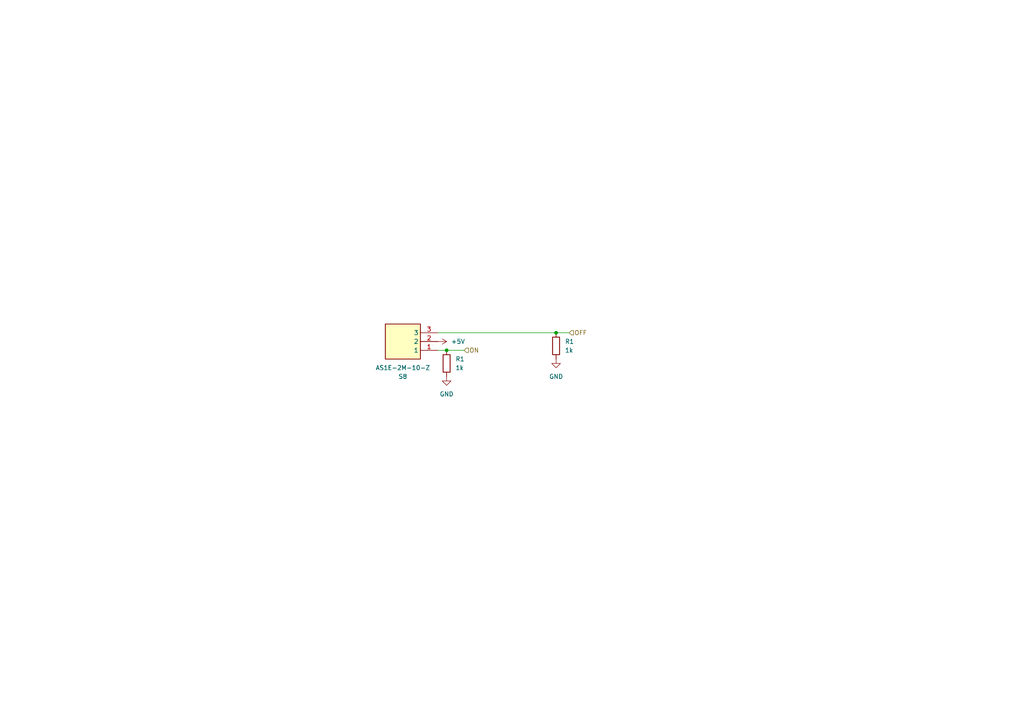
<source format=kicad_sch>
(kicad_sch (version 20230121) (generator eeschema)
  (paper "A4")
  (lib_symbols
    (symbol "AS1E-2M-10-Z:AS1E-2M-10-Z"
      (property "Reference" "S" (at 16.51 7.62 0))
      (property "Value" "AS1E-2M-10-Z" (at 16.51 5.08 0))
      (symbol "AS1E-2M-10-Z_1_1"
        (rectangle (start 5.08 2.54) (end 15.24 -7.62) (stroke (width 0.254)) (fill (type background)))
        (pin passive line (at 0 -5.08 0) (length 5.08) (name "1") (number "1"))
        (pin passive line (at 0 -2.54 0) (length 5.08) (name "2") (number "2"))
        (pin passive line (at 0 0 0) (length 5.08) (name "3") (number "3"))
      )
    )
    (symbol "Device:R" (pin_numbers hide) (pin_names (offset 0))
      (property "Reference" "R" (at 2.032 0 90))
      (property "Value" "R" (at 0 0 90))
      (symbol "R_0_1"
        (rectangle (start -1.016 -2.54) (end 1.016 2.54) (stroke (width 0.254)))
      )
      (symbol "R_1_1"
        (pin passive line (at 0 3.81 270) (length 1.27) (name "~") (number "1"))
        (pin passive line (at 0 -3.81 90) (length 1.27) (name "~") (number "2"))
      )
    )
    (symbol "power:+5V" (power) (pin_names (offset 0))
      (property "Value" "+5V" (at 0 3.556 0))
      (symbol "+5V_0_1"
        (polyline (pts (xy -0.762 1.27) (xy 0 2.54)))
        (polyline (pts (xy 0 0) (xy 0 2.54)))
        (polyline (pts (xy 0 2.54) (xy 0.762 1.27)))
      )
      (symbol "+5V_1_1"
        (pin power_in line (at 0 0 90) (length 0) hide (name "+5V") (number "1"))
      )
    )
    (symbol "power:GND" (power) (pin_names (offset 0))
      (property "Value" "GND" (at 0 -3.81 0))
      (symbol "GND_0_1"
        (polyline (pts (xy 0 0) (xy 0 -1.27) (xy 1.27 -1.27) (xy 0 -2.54) (xy -1.27 -1.27) (xy 0 -1.27)))
      )
      (symbol "GND_1_1"
        (pin power_in line (at 0 0 270) (length 0) hide (name "GND") (number "1"))
      )
    )
  )
  (junction (at 161.29 96.52))
  (junction (at 129.54 101.6))
  (wire (pts (xy 127 101.6) (xy 129.54 101.6)))
  (wire (pts (xy 127 96.52) (xy 161.29 96.52)))
  (wire (pts (xy 161.29 96.52) (xy 165.1 96.52)))
  (wire (pts (xy 129.54 101.6) (xy 134.62 101.6)))
  (hierarchical_label "ON" (shape input) (at 134.62 101.6 0))
  (hierarchical_label "OFF" (shape input) (at 165.1 96.52 0))
  (symbol (lib_id "power:GND") (at 129.54 109.22 0) (unit 1)
    (property "Reference" "#PWR038" (effects hide))
    (property "Value" "GND" (at 129.54 114.3 0))
    (instances (project "TelescopeController" (path "" (reference "#PWR038") (unit 1)) (path "" (reference "#PWR041") (unit 1)) (path "" (reference "#PWR038") (unit 1)) (path "" (reference "#PWR044") (unit 1)) (path "" (reference "#PWR036") (unit 1)) (path "" (reference "#PWR053") (unit 1))))
  )
  (symbol (lib_id "Device:R") (at 161.29 100.33 0) (unit 1)
    (property "Reference" "R1" (at 163.83 99.06 0) (effects (justify left)))
    (property "Value" "1k" (at 163.83 101.6 0) (effects (justify left)))
    (property "Footprint" "Resistor_SMD:R_0805_2012Metric_Pad1.20x1.40mm_HandSolder" (effects hide))
    (instances (project "TelescopeController" (path "" (reference "R1") (unit 1)) (path "" (reference "R3") (unit 1)) (path "" (reference "R5") (unit 1)) (path "" (reference "R7") (unit 1)) (path "" (reference "R10") (unit 1)) (path "" (reference "R12") (unit 1)) (path "" (reference "R10") (unit 1)) (path "" (reference "R14") (unit 1)) (path "" (reference "R16") (unit 1)) (path "" (reference "R25") (unit 1))))
  )
  (symbol (lib_id "power:GND") (at 161.29 104.14 0) (unit 1)
    (property "Reference" "#PWR039" (effects hide))
    (property "Value" "GND" (at 161.29 109.22 0))
    (instances (project "TelescopeController" (path "" (reference "#PWR039") (unit 1)) (path "" (reference "#PWR042") (unit 1)) (path "" (reference "#PWR039") (unit 1)) (path "" (reference "#PWR045") (unit 1)) (path "" (reference "#PWR037") (unit 1)) (path "" (reference "#PWR055") (unit 1))))
  )
  (symbol (lib_id "AS1E-2M-10-Z:AS1E-2M-10-Z") (at 127 96.52 0) (mirror y) (unit 1)
    (property "Reference" "S8" (at 116.84 109.22 0))
    (property "Value" "AS1E-2M-10-Z" (at 116.84 106.68 0))
    (property "Footprint" "AS1E-2M-10-Z:AS1E2M10Z" (effects hide))
    (property "Datasheet" "https://www.nidec-copal-electronics.com/e/catalog/switch/as.pdf" (effects hide))
    (property "Height" "12.3" (effects hide))
    (property "Manufacturer_Name" "Nidec Copal" (effects hide))
    (property "Manufacturer_Part_Number" "AS1E-2M-10-Z" (effects hide))
    (property "Mouser Part Number" "229-AS1E-2M-10-Z" (effects hide))
    (property "Mouser Price/Stock" "https://www.mouser.co.uk/ProductDetail/Nidec-Copal/AS1E-2M-10-Z?qs=XeJtXLiO41SfK19XCq4wJw%3D%3D" (effects hide))
    (instances (project "TelescopeController" (path "" (reference "S8") (unit 1)) (path "" (reference "S4") (unit 1)) (path "" (reference "S7") (unit 1)) (path "" (reference "S10") (unit 1)) (path "" (reference "S9") (unit 1))))
  )
  (symbol (lib_id "power:+5V") (at 127 99.06 270) (unit 1)
    (property "Reference" "#PWR034" (effects hide))
    (property "Value" "+5V" (at 130.81 99.06 90) (effects (justify left)))
    (instances (project "TelescopeController" (path "" (reference "#PWR034") (unit 1)) (path "" (reference "#PWR040") (unit 1)) (path "" (reference "#PWR034") (unit 1)) (path "" (reference "#PWR043") (unit 1)) (path "" (reference "#PWR035") (unit 1)) (path "" (reference "#PWR051") (unit 1))))
  )
  (symbol (lib_id "Device:R") (at 129.54 105.41 0) (unit 1)
    (property "Reference" "R1" (at 132.08 104.14 0) (effects (justify left)))
    (property "Value" "1k" (at 132.08 106.68 0) (effects (justify left)))
    (property "Footprint" "Resistor_SMD:R_0805_2012Metric_Pad1.20x1.40mm_HandSolder" (effects hide))
    (instances (project "TelescopeController" (path "" (reference "R1") (unit 1)) (path "" (reference "R3") (unit 1)) (path "" (reference "R5") (unit 1)) (path "" (reference "R7") (unit 1)) (path "" (reference "R9") (unit 1)) (path "" (reference "R11") (unit 1)) (path "" (reference "R9") (unit 1)) (path "" (reference "R13") (unit 1)) (path "" (reference "R15") (unit 1)) (path "" (reference "R24") (unit 1))))
  )
)
</source>
